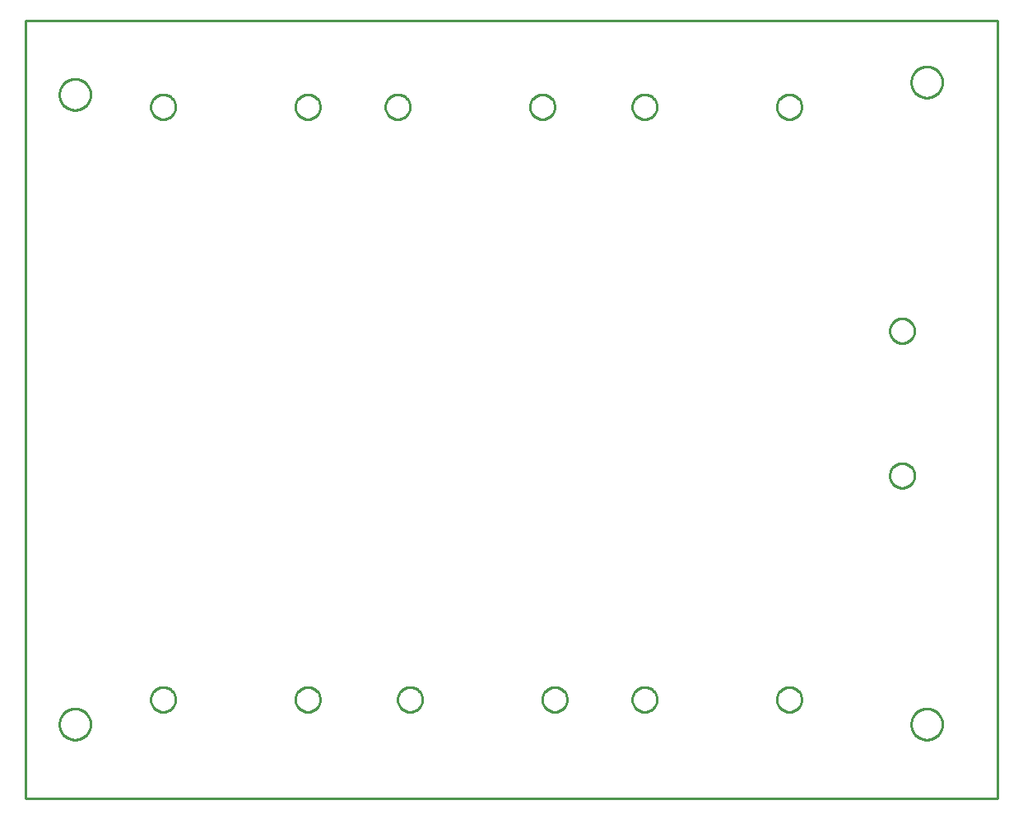
<source format=gbr>
G04 EAGLE Gerber RS-274X export*
G75*
%MOMM*%
%FSLAX34Y34*%
%LPD*%
%IN*%
%IPPOS*%
%AMOC8*
5,1,8,0,0,1.08239X$1,22.5*%
G01*
%ADD10C,0.254000*%


D10*
X0Y0D02*
X1000000Y0D01*
X1000000Y800000D01*
X0Y800000D01*
X0Y0D01*
X277550Y102101D02*
X277629Y103100D01*
X277785Y104089D01*
X278019Y105064D01*
X278329Y106016D01*
X278712Y106942D01*
X279167Y107835D01*
X279691Y108689D01*
X280279Y109500D01*
X280930Y110261D01*
X281639Y110970D01*
X282400Y111621D01*
X283211Y112209D01*
X284065Y112733D01*
X284958Y113188D01*
X285884Y113571D01*
X286836Y113881D01*
X287811Y114115D01*
X288800Y114271D01*
X289799Y114350D01*
X290801Y114350D01*
X291800Y114271D01*
X292789Y114115D01*
X293764Y113881D01*
X294716Y113571D01*
X295642Y113188D01*
X296535Y112733D01*
X297389Y112209D01*
X298200Y111621D01*
X298961Y110970D01*
X299670Y110261D01*
X300321Y109500D01*
X300909Y108689D01*
X301433Y107835D01*
X301888Y106942D01*
X302271Y106016D01*
X302581Y105064D01*
X302815Y104089D01*
X302971Y103100D01*
X303050Y102101D01*
X303050Y101099D01*
X302971Y100100D01*
X302815Y99111D01*
X302581Y98136D01*
X302271Y97184D01*
X301888Y96258D01*
X301433Y95365D01*
X300909Y94511D01*
X300321Y93700D01*
X299670Y92939D01*
X298961Y92230D01*
X298200Y91579D01*
X297389Y90991D01*
X296535Y90467D01*
X295642Y90012D01*
X294716Y89629D01*
X293764Y89319D01*
X292789Y89085D01*
X291800Y88929D01*
X290801Y88850D01*
X289799Y88850D01*
X288800Y88929D01*
X287811Y89085D01*
X286836Y89319D01*
X285884Y89629D01*
X284958Y90012D01*
X284065Y90467D01*
X283211Y90991D01*
X282400Y91579D01*
X281639Y92230D01*
X280930Y92939D01*
X280279Y93700D01*
X279691Y94511D01*
X279167Y95365D01*
X278712Y96258D01*
X278329Y97184D01*
X278019Y98136D01*
X277785Y99111D01*
X277629Y100100D01*
X277550Y101099D01*
X277550Y102101D01*
X128750Y102101D02*
X128829Y103100D01*
X128985Y104089D01*
X129219Y105064D01*
X129529Y106016D01*
X129912Y106942D01*
X130367Y107835D01*
X130891Y108689D01*
X131479Y109500D01*
X132130Y110261D01*
X132839Y110970D01*
X133600Y111621D01*
X134411Y112209D01*
X135265Y112733D01*
X136158Y113188D01*
X137084Y113571D01*
X138036Y113881D01*
X139011Y114115D01*
X140000Y114271D01*
X140999Y114350D01*
X142001Y114350D01*
X143000Y114271D01*
X143989Y114115D01*
X144964Y113881D01*
X145916Y113571D01*
X146842Y113188D01*
X147735Y112733D01*
X148589Y112209D01*
X149400Y111621D01*
X150161Y110970D01*
X150870Y110261D01*
X151521Y109500D01*
X152109Y108689D01*
X152633Y107835D01*
X153088Y106942D01*
X153471Y106016D01*
X153781Y105064D01*
X154015Y104089D01*
X154171Y103100D01*
X154250Y102101D01*
X154250Y101099D01*
X154171Y100100D01*
X154015Y99111D01*
X153781Y98136D01*
X153471Y97184D01*
X153088Y96258D01*
X152633Y95365D01*
X152109Y94511D01*
X151521Y93700D01*
X150870Y92939D01*
X150161Y92230D01*
X149400Y91579D01*
X148589Y90991D01*
X147735Y90467D01*
X146842Y90012D01*
X145916Y89629D01*
X144964Y89319D01*
X143989Y89085D01*
X143000Y88929D01*
X142001Y88850D01*
X140999Y88850D01*
X140000Y88929D01*
X139011Y89085D01*
X138036Y89319D01*
X137084Y89629D01*
X136158Y90012D01*
X135265Y90467D01*
X134411Y90991D01*
X133600Y91579D01*
X132839Y92230D01*
X132130Y92939D01*
X131479Y93700D01*
X130891Y94511D01*
X130367Y95365D01*
X129912Y96258D01*
X129529Y97184D01*
X129219Y98136D01*
X128985Y99111D01*
X128829Y100100D01*
X128750Y101099D01*
X128750Y102101D01*
X531550Y102101D02*
X531629Y103100D01*
X531785Y104089D01*
X532019Y105064D01*
X532329Y106016D01*
X532712Y106942D01*
X533167Y107835D01*
X533691Y108689D01*
X534279Y109500D01*
X534930Y110261D01*
X535639Y110970D01*
X536400Y111621D01*
X537211Y112209D01*
X538065Y112733D01*
X538958Y113188D01*
X539884Y113571D01*
X540836Y113881D01*
X541811Y114115D01*
X542800Y114271D01*
X543799Y114350D01*
X544801Y114350D01*
X545800Y114271D01*
X546789Y114115D01*
X547764Y113881D01*
X548716Y113571D01*
X549642Y113188D01*
X550535Y112733D01*
X551389Y112209D01*
X552200Y111621D01*
X552961Y110970D01*
X553670Y110261D01*
X554321Y109500D01*
X554909Y108689D01*
X555433Y107835D01*
X555888Y106942D01*
X556271Y106016D01*
X556581Y105064D01*
X556815Y104089D01*
X556971Y103100D01*
X557050Y102101D01*
X557050Y101099D01*
X556971Y100100D01*
X556815Y99111D01*
X556581Y98136D01*
X556271Y97184D01*
X555888Y96258D01*
X555433Y95365D01*
X554909Y94511D01*
X554321Y93700D01*
X553670Y92939D01*
X552961Y92230D01*
X552200Y91579D01*
X551389Y90991D01*
X550535Y90467D01*
X549642Y90012D01*
X548716Y89629D01*
X547764Y89319D01*
X546789Y89085D01*
X545800Y88929D01*
X544801Y88850D01*
X543799Y88850D01*
X542800Y88929D01*
X541811Y89085D01*
X540836Y89319D01*
X539884Y89629D01*
X538958Y90012D01*
X538065Y90467D01*
X537211Y90991D01*
X536400Y91579D01*
X535639Y92230D01*
X534930Y92939D01*
X534279Y93700D01*
X533691Y94511D01*
X533167Y95365D01*
X532712Y96258D01*
X532329Y97184D01*
X532019Y98136D01*
X531785Y99111D01*
X531629Y100100D01*
X531550Y101099D01*
X531550Y102101D01*
X382750Y102101D02*
X382829Y103100D01*
X382985Y104089D01*
X383219Y105064D01*
X383529Y106016D01*
X383912Y106942D01*
X384367Y107835D01*
X384891Y108689D01*
X385479Y109500D01*
X386130Y110261D01*
X386839Y110970D01*
X387600Y111621D01*
X388411Y112209D01*
X389265Y112733D01*
X390158Y113188D01*
X391084Y113571D01*
X392036Y113881D01*
X393011Y114115D01*
X394000Y114271D01*
X394999Y114350D01*
X396001Y114350D01*
X397000Y114271D01*
X397989Y114115D01*
X398964Y113881D01*
X399916Y113571D01*
X400842Y113188D01*
X401735Y112733D01*
X402589Y112209D01*
X403400Y111621D01*
X404161Y110970D01*
X404870Y110261D01*
X405521Y109500D01*
X406109Y108689D01*
X406633Y107835D01*
X407088Y106942D01*
X407471Y106016D01*
X407781Y105064D01*
X408015Y104089D01*
X408171Y103100D01*
X408250Y102101D01*
X408250Y101099D01*
X408171Y100100D01*
X408015Y99111D01*
X407781Y98136D01*
X407471Y97184D01*
X407088Y96258D01*
X406633Y95365D01*
X406109Y94511D01*
X405521Y93700D01*
X404870Y92939D01*
X404161Y92230D01*
X403400Y91579D01*
X402589Y90991D01*
X401735Y90467D01*
X400842Y90012D01*
X399916Y89629D01*
X398964Y89319D01*
X397989Y89085D01*
X397000Y88929D01*
X396001Y88850D01*
X394999Y88850D01*
X394000Y88929D01*
X393011Y89085D01*
X392036Y89319D01*
X391084Y89629D01*
X390158Y90012D01*
X389265Y90467D01*
X388411Y90991D01*
X387600Y91579D01*
X386839Y92230D01*
X386130Y92939D01*
X385479Y93700D01*
X384891Y94511D01*
X384367Y95365D01*
X383912Y96258D01*
X383529Y97184D01*
X383219Y98136D01*
X382985Y99111D01*
X382829Y100100D01*
X382750Y101099D01*
X382750Y102101D01*
X772850Y102101D02*
X772929Y103100D01*
X773085Y104089D01*
X773319Y105064D01*
X773629Y106016D01*
X774012Y106942D01*
X774467Y107835D01*
X774991Y108689D01*
X775579Y109500D01*
X776230Y110261D01*
X776939Y110970D01*
X777700Y111621D01*
X778511Y112209D01*
X779365Y112733D01*
X780258Y113188D01*
X781184Y113571D01*
X782136Y113881D01*
X783111Y114115D01*
X784100Y114271D01*
X785099Y114350D01*
X786101Y114350D01*
X787100Y114271D01*
X788089Y114115D01*
X789064Y113881D01*
X790016Y113571D01*
X790942Y113188D01*
X791835Y112733D01*
X792689Y112209D01*
X793500Y111621D01*
X794261Y110970D01*
X794970Y110261D01*
X795621Y109500D01*
X796209Y108689D01*
X796733Y107835D01*
X797188Y106942D01*
X797571Y106016D01*
X797881Y105064D01*
X798115Y104089D01*
X798271Y103100D01*
X798350Y102101D01*
X798350Y101099D01*
X798271Y100100D01*
X798115Y99111D01*
X797881Y98136D01*
X797571Y97184D01*
X797188Y96258D01*
X796733Y95365D01*
X796209Y94511D01*
X795621Y93700D01*
X794970Y92939D01*
X794261Y92230D01*
X793500Y91579D01*
X792689Y90991D01*
X791835Y90467D01*
X790942Y90012D01*
X790016Y89629D01*
X789064Y89319D01*
X788089Y89085D01*
X787100Y88929D01*
X786101Y88850D01*
X785099Y88850D01*
X784100Y88929D01*
X783111Y89085D01*
X782136Y89319D01*
X781184Y89629D01*
X780258Y90012D01*
X779365Y90467D01*
X778511Y90991D01*
X777700Y91579D01*
X776939Y92230D01*
X776230Y92939D01*
X775579Y93700D01*
X774991Y94511D01*
X774467Y95365D01*
X774012Y96258D01*
X773629Y97184D01*
X773319Y98136D01*
X773085Y99111D01*
X772929Y100100D01*
X772850Y101099D01*
X772850Y102101D01*
X624050Y102101D02*
X624129Y103100D01*
X624285Y104089D01*
X624519Y105064D01*
X624829Y106016D01*
X625212Y106942D01*
X625667Y107835D01*
X626191Y108689D01*
X626779Y109500D01*
X627430Y110261D01*
X628139Y110970D01*
X628900Y111621D01*
X629711Y112209D01*
X630565Y112733D01*
X631458Y113188D01*
X632384Y113571D01*
X633336Y113881D01*
X634311Y114115D01*
X635300Y114271D01*
X636299Y114350D01*
X637301Y114350D01*
X638300Y114271D01*
X639289Y114115D01*
X640264Y113881D01*
X641216Y113571D01*
X642142Y113188D01*
X643035Y112733D01*
X643889Y112209D01*
X644700Y111621D01*
X645461Y110970D01*
X646170Y110261D01*
X646821Y109500D01*
X647409Y108689D01*
X647933Y107835D01*
X648388Y106942D01*
X648771Y106016D01*
X649081Y105064D01*
X649315Y104089D01*
X649471Y103100D01*
X649550Y102101D01*
X649550Y101099D01*
X649471Y100100D01*
X649315Y99111D01*
X649081Y98136D01*
X648771Y97184D01*
X648388Y96258D01*
X647933Y95365D01*
X647409Y94511D01*
X646821Y93700D01*
X646170Y92939D01*
X645461Y92230D01*
X644700Y91579D01*
X643889Y90991D01*
X643035Y90467D01*
X642142Y90012D01*
X641216Y89629D01*
X640264Y89319D01*
X639289Y89085D01*
X638300Y88929D01*
X637301Y88850D01*
X636299Y88850D01*
X635300Y88929D01*
X634311Y89085D01*
X633336Y89319D01*
X632384Y89629D01*
X631458Y90012D01*
X630565Y90467D01*
X629711Y90991D01*
X628900Y91579D01*
X628139Y92230D01*
X627430Y92939D01*
X626779Y93700D01*
X626191Y94511D01*
X625667Y95365D01*
X625212Y96258D01*
X624829Y97184D01*
X624519Y98136D01*
X624285Y99111D01*
X624129Y100100D01*
X624050Y101099D01*
X624050Y102101D01*
X154250Y710699D02*
X154171Y709700D01*
X154015Y708711D01*
X153781Y707736D01*
X153471Y706784D01*
X153088Y705858D01*
X152633Y704965D01*
X152109Y704111D01*
X151521Y703300D01*
X150870Y702539D01*
X150161Y701830D01*
X149400Y701179D01*
X148589Y700591D01*
X147735Y700067D01*
X146842Y699612D01*
X145916Y699229D01*
X144964Y698919D01*
X143989Y698685D01*
X143000Y698529D01*
X142001Y698450D01*
X140999Y698450D01*
X140000Y698529D01*
X139011Y698685D01*
X138036Y698919D01*
X137084Y699229D01*
X136158Y699612D01*
X135265Y700067D01*
X134411Y700591D01*
X133600Y701179D01*
X132839Y701830D01*
X132130Y702539D01*
X131479Y703300D01*
X130891Y704111D01*
X130367Y704965D01*
X129912Y705858D01*
X129529Y706784D01*
X129219Y707736D01*
X128985Y708711D01*
X128829Y709700D01*
X128750Y710699D01*
X128750Y711701D01*
X128829Y712700D01*
X128985Y713689D01*
X129219Y714664D01*
X129529Y715616D01*
X129912Y716542D01*
X130367Y717435D01*
X130891Y718289D01*
X131479Y719100D01*
X132130Y719861D01*
X132839Y720570D01*
X133600Y721221D01*
X134411Y721809D01*
X135265Y722333D01*
X136158Y722788D01*
X137084Y723171D01*
X138036Y723481D01*
X139011Y723715D01*
X140000Y723871D01*
X140999Y723950D01*
X142001Y723950D01*
X143000Y723871D01*
X143989Y723715D01*
X144964Y723481D01*
X145916Y723171D01*
X146842Y722788D01*
X147735Y722333D01*
X148589Y721809D01*
X149400Y721221D01*
X150161Y720570D01*
X150870Y719861D01*
X151521Y719100D01*
X152109Y718289D01*
X152633Y717435D01*
X153088Y716542D01*
X153471Y715616D01*
X153781Y714664D01*
X154015Y713689D01*
X154171Y712700D01*
X154250Y711701D01*
X154250Y710699D01*
X303050Y710699D02*
X302971Y709700D01*
X302815Y708711D01*
X302581Y707736D01*
X302271Y706784D01*
X301888Y705858D01*
X301433Y704965D01*
X300909Y704111D01*
X300321Y703300D01*
X299670Y702539D01*
X298961Y701830D01*
X298200Y701179D01*
X297389Y700591D01*
X296535Y700067D01*
X295642Y699612D01*
X294716Y699229D01*
X293764Y698919D01*
X292789Y698685D01*
X291800Y698529D01*
X290801Y698450D01*
X289799Y698450D01*
X288800Y698529D01*
X287811Y698685D01*
X286836Y698919D01*
X285884Y699229D01*
X284958Y699612D01*
X284065Y700067D01*
X283211Y700591D01*
X282400Y701179D01*
X281639Y701830D01*
X280930Y702539D01*
X280279Y703300D01*
X279691Y704111D01*
X279167Y704965D01*
X278712Y705858D01*
X278329Y706784D01*
X278019Y707736D01*
X277785Y708711D01*
X277629Y709700D01*
X277550Y710699D01*
X277550Y711701D01*
X277629Y712700D01*
X277785Y713689D01*
X278019Y714664D01*
X278329Y715616D01*
X278712Y716542D01*
X279167Y717435D01*
X279691Y718289D01*
X280279Y719100D01*
X280930Y719861D01*
X281639Y720570D01*
X282400Y721221D01*
X283211Y721809D01*
X284065Y722333D01*
X284958Y722788D01*
X285884Y723171D01*
X286836Y723481D01*
X287811Y723715D01*
X288800Y723871D01*
X289799Y723950D01*
X290801Y723950D01*
X291800Y723871D01*
X292789Y723715D01*
X293764Y723481D01*
X294716Y723171D01*
X295642Y722788D01*
X296535Y722333D01*
X297389Y721809D01*
X298200Y721221D01*
X298961Y720570D01*
X299670Y719861D01*
X300321Y719100D01*
X300909Y718289D01*
X301433Y717435D01*
X301888Y716542D01*
X302271Y715616D01*
X302581Y714664D01*
X302815Y713689D01*
X302971Y712700D01*
X303050Y711701D01*
X303050Y710699D01*
X395550Y710699D02*
X395471Y709700D01*
X395315Y708711D01*
X395081Y707736D01*
X394771Y706784D01*
X394388Y705858D01*
X393933Y704965D01*
X393409Y704111D01*
X392821Y703300D01*
X392170Y702539D01*
X391461Y701830D01*
X390700Y701179D01*
X389889Y700591D01*
X389035Y700067D01*
X388142Y699612D01*
X387216Y699229D01*
X386264Y698919D01*
X385289Y698685D01*
X384300Y698529D01*
X383301Y698450D01*
X382299Y698450D01*
X381300Y698529D01*
X380311Y698685D01*
X379336Y698919D01*
X378384Y699229D01*
X377458Y699612D01*
X376565Y700067D01*
X375711Y700591D01*
X374900Y701179D01*
X374139Y701830D01*
X373430Y702539D01*
X372779Y703300D01*
X372191Y704111D01*
X371667Y704965D01*
X371212Y705858D01*
X370829Y706784D01*
X370519Y707736D01*
X370285Y708711D01*
X370129Y709700D01*
X370050Y710699D01*
X370050Y711701D01*
X370129Y712700D01*
X370285Y713689D01*
X370519Y714664D01*
X370829Y715616D01*
X371212Y716542D01*
X371667Y717435D01*
X372191Y718289D01*
X372779Y719100D01*
X373430Y719861D01*
X374139Y720570D01*
X374900Y721221D01*
X375711Y721809D01*
X376565Y722333D01*
X377458Y722788D01*
X378384Y723171D01*
X379336Y723481D01*
X380311Y723715D01*
X381300Y723871D01*
X382299Y723950D01*
X383301Y723950D01*
X384300Y723871D01*
X385289Y723715D01*
X386264Y723481D01*
X387216Y723171D01*
X388142Y722788D01*
X389035Y722333D01*
X389889Y721809D01*
X390700Y721221D01*
X391461Y720570D01*
X392170Y719861D01*
X392821Y719100D01*
X393409Y718289D01*
X393933Y717435D01*
X394388Y716542D01*
X394771Y715616D01*
X395081Y714664D01*
X395315Y713689D01*
X395471Y712700D01*
X395550Y711701D01*
X395550Y710699D01*
X544350Y710699D02*
X544271Y709700D01*
X544115Y708711D01*
X543881Y707736D01*
X543571Y706784D01*
X543188Y705858D01*
X542733Y704965D01*
X542209Y704111D01*
X541621Y703300D01*
X540970Y702539D01*
X540261Y701830D01*
X539500Y701179D01*
X538689Y700591D01*
X537835Y700067D01*
X536942Y699612D01*
X536016Y699229D01*
X535064Y698919D01*
X534089Y698685D01*
X533100Y698529D01*
X532101Y698450D01*
X531099Y698450D01*
X530100Y698529D01*
X529111Y698685D01*
X528136Y698919D01*
X527184Y699229D01*
X526258Y699612D01*
X525365Y700067D01*
X524511Y700591D01*
X523700Y701179D01*
X522939Y701830D01*
X522230Y702539D01*
X521579Y703300D01*
X520991Y704111D01*
X520467Y704965D01*
X520012Y705858D01*
X519629Y706784D01*
X519319Y707736D01*
X519085Y708711D01*
X518929Y709700D01*
X518850Y710699D01*
X518850Y711701D01*
X518929Y712700D01*
X519085Y713689D01*
X519319Y714664D01*
X519629Y715616D01*
X520012Y716542D01*
X520467Y717435D01*
X520991Y718289D01*
X521579Y719100D01*
X522230Y719861D01*
X522939Y720570D01*
X523700Y721221D01*
X524511Y721809D01*
X525365Y722333D01*
X526258Y722788D01*
X527184Y723171D01*
X528136Y723481D01*
X529111Y723715D01*
X530100Y723871D01*
X531099Y723950D01*
X532101Y723950D01*
X533100Y723871D01*
X534089Y723715D01*
X535064Y723481D01*
X536016Y723171D01*
X536942Y722788D01*
X537835Y722333D01*
X538689Y721809D01*
X539500Y721221D01*
X540261Y720570D01*
X540970Y719861D01*
X541621Y719100D01*
X542209Y718289D01*
X542733Y717435D01*
X543188Y716542D01*
X543571Y715616D01*
X543881Y714664D01*
X544115Y713689D01*
X544271Y712700D01*
X544350Y711701D01*
X544350Y710699D01*
X649550Y710699D02*
X649471Y709700D01*
X649315Y708711D01*
X649081Y707736D01*
X648771Y706784D01*
X648388Y705858D01*
X647933Y704965D01*
X647409Y704111D01*
X646821Y703300D01*
X646170Y702539D01*
X645461Y701830D01*
X644700Y701179D01*
X643889Y700591D01*
X643035Y700067D01*
X642142Y699612D01*
X641216Y699229D01*
X640264Y698919D01*
X639289Y698685D01*
X638300Y698529D01*
X637301Y698450D01*
X636299Y698450D01*
X635300Y698529D01*
X634311Y698685D01*
X633336Y698919D01*
X632384Y699229D01*
X631458Y699612D01*
X630565Y700067D01*
X629711Y700591D01*
X628900Y701179D01*
X628139Y701830D01*
X627430Y702539D01*
X626779Y703300D01*
X626191Y704111D01*
X625667Y704965D01*
X625212Y705858D01*
X624829Y706784D01*
X624519Y707736D01*
X624285Y708711D01*
X624129Y709700D01*
X624050Y710699D01*
X624050Y711701D01*
X624129Y712700D01*
X624285Y713689D01*
X624519Y714664D01*
X624829Y715616D01*
X625212Y716542D01*
X625667Y717435D01*
X626191Y718289D01*
X626779Y719100D01*
X627430Y719861D01*
X628139Y720570D01*
X628900Y721221D01*
X629711Y721809D01*
X630565Y722333D01*
X631458Y722788D01*
X632384Y723171D01*
X633336Y723481D01*
X634311Y723715D01*
X635300Y723871D01*
X636299Y723950D01*
X637301Y723950D01*
X638300Y723871D01*
X639289Y723715D01*
X640264Y723481D01*
X641216Y723171D01*
X642142Y722788D01*
X643035Y722333D01*
X643889Y721809D01*
X644700Y721221D01*
X645461Y720570D01*
X646170Y719861D01*
X646821Y719100D01*
X647409Y718289D01*
X647933Y717435D01*
X648388Y716542D01*
X648771Y715616D01*
X649081Y714664D01*
X649315Y713689D01*
X649471Y712700D01*
X649550Y711701D01*
X649550Y710699D01*
X798350Y710699D02*
X798271Y709700D01*
X798115Y708711D01*
X797881Y707736D01*
X797571Y706784D01*
X797188Y705858D01*
X796733Y704965D01*
X796209Y704111D01*
X795621Y703300D01*
X794970Y702539D01*
X794261Y701830D01*
X793500Y701179D01*
X792689Y700591D01*
X791835Y700067D01*
X790942Y699612D01*
X790016Y699229D01*
X789064Y698919D01*
X788089Y698685D01*
X787100Y698529D01*
X786101Y698450D01*
X785099Y698450D01*
X784100Y698529D01*
X783111Y698685D01*
X782136Y698919D01*
X781184Y699229D01*
X780258Y699612D01*
X779365Y700067D01*
X778511Y700591D01*
X777700Y701179D01*
X776939Y701830D01*
X776230Y702539D01*
X775579Y703300D01*
X774991Y704111D01*
X774467Y704965D01*
X774012Y705858D01*
X773629Y706784D01*
X773319Y707736D01*
X773085Y708711D01*
X772929Y709700D01*
X772850Y710699D01*
X772850Y711701D01*
X772929Y712700D01*
X773085Y713689D01*
X773319Y714664D01*
X773629Y715616D01*
X774012Y716542D01*
X774467Y717435D01*
X774991Y718289D01*
X775579Y719100D01*
X776230Y719861D01*
X776939Y720570D01*
X777700Y721221D01*
X778511Y721809D01*
X779365Y722333D01*
X780258Y722788D01*
X781184Y723171D01*
X782136Y723481D01*
X783111Y723715D01*
X784100Y723871D01*
X785099Y723950D01*
X786101Y723950D01*
X787100Y723871D01*
X788089Y723715D01*
X789064Y723481D01*
X790016Y723171D01*
X790942Y722788D01*
X791835Y722333D01*
X792689Y721809D01*
X793500Y721221D01*
X794261Y720570D01*
X794970Y719861D01*
X795621Y719100D01*
X796209Y718289D01*
X796733Y717435D01*
X797188Y716542D01*
X797571Y715616D01*
X797881Y714664D01*
X798115Y713689D01*
X798271Y712700D01*
X798350Y711701D01*
X798350Y710699D01*
X901199Y468050D02*
X900200Y468129D01*
X899211Y468285D01*
X898236Y468519D01*
X897284Y468829D01*
X896358Y469212D01*
X895465Y469667D01*
X894611Y470191D01*
X893800Y470779D01*
X893039Y471430D01*
X892330Y472139D01*
X891679Y472900D01*
X891091Y473711D01*
X890567Y474565D01*
X890112Y475458D01*
X889729Y476384D01*
X889419Y477336D01*
X889185Y478311D01*
X889029Y479300D01*
X888950Y480299D01*
X888950Y481301D01*
X889029Y482300D01*
X889185Y483289D01*
X889419Y484264D01*
X889729Y485216D01*
X890112Y486142D01*
X890567Y487035D01*
X891091Y487889D01*
X891679Y488700D01*
X892330Y489461D01*
X893039Y490170D01*
X893800Y490821D01*
X894611Y491409D01*
X895465Y491933D01*
X896358Y492388D01*
X897284Y492771D01*
X898236Y493081D01*
X899211Y493315D01*
X900200Y493471D01*
X901199Y493550D01*
X902201Y493550D01*
X903200Y493471D01*
X904189Y493315D01*
X905164Y493081D01*
X906116Y492771D01*
X907042Y492388D01*
X907935Y491933D01*
X908789Y491409D01*
X909600Y490821D01*
X910361Y490170D01*
X911070Y489461D01*
X911721Y488700D01*
X912309Y487889D01*
X912833Y487035D01*
X913288Y486142D01*
X913671Y485216D01*
X913981Y484264D01*
X914215Y483289D01*
X914371Y482300D01*
X914450Y481301D01*
X914450Y480299D01*
X914371Y479300D01*
X914215Y478311D01*
X913981Y477336D01*
X913671Y476384D01*
X913288Y475458D01*
X912833Y474565D01*
X912309Y473711D01*
X911721Y472900D01*
X911070Y472139D01*
X910361Y471430D01*
X909600Y470779D01*
X908789Y470191D01*
X907935Y469667D01*
X907042Y469212D01*
X906116Y468829D01*
X905164Y468519D01*
X904189Y468285D01*
X903200Y468129D01*
X902201Y468050D01*
X901199Y468050D01*
X901199Y319250D02*
X900200Y319329D01*
X899211Y319485D01*
X898236Y319719D01*
X897284Y320029D01*
X896358Y320412D01*
X895465Y320867D01*
X894611Y321391D01*
X893800Y321979D01*
X893039Y322630D01*
X892330Y323339D01*
X891679Y324100D01*
X891091Y324911D01*
X890567Y325765D01*
X890112Y326658D01*
X889729Y327584D01*
X889419Y328536D01*
X889185Y329511D01*
X889029Y330500D01*
X888950Y331499D01*
X888950Y332501D01*
X889029Y333500D01*
X889185Y334489D01*
X889419Y335464D01*
X889729Y336416D01*
X890112Y337342D01*
X890567Y338235D01*
X891091Y339089D01*
X891679Y339900D01*
X892330Y340661D01*
X893039Y341370D01*
X893800Y342021D01*
X894611Y342609D01*
X895465Y343133D01*
X896358Y343588D01*
X897284Y343971D01*
X898236Y344281D01*
X899211Y344515D01*
X900200Y344671D01*
X901199Y344750D01*
X902201Y344750D01*
X903200Y344671D01*
X904189Y344515D01*
X905164Y344281D01*
X906116Y343971D01*
X907042Y343588D01*
X907935Y343133D01*
X908789Y342609D01*
X909600Y342021D01*
X910361Y341370D01*
X911070Y340661D01*
X911721Y339900D01*
X912309Y339089D01*
X912833Y338235D01*
X913288Y337342D01*
X913671Y336416D01*
X913981Y335464D01*
X914215Y334489D01*
X914371Y333500D01*
X914450Y332501D01*
X914450Y331499D01*
X914371Y330500D01*
X914215Y329511D01*
X913981Y328536D01*
X913671Y327584D01*
X913288Y326658D01*
X912833Y325765D01*
X912309Y324911D01*
X911721Y324100D01*
X911070Y323339D01*
X910361Y322630D01*
X909600Y321979D01*
X908789Y321391D01*
X907935Y320867D01*
X907042Y320412D01*
X906116Y320029D01*
X905164Y319719D01*
X904189Y319485D01*
X903200Y319329D01*
X902201Y319250D01*
X901199Y319250D01*
X943100Y736076D02*
X943032Y735031D01*
X942895Y733992D01*
X942690Y732965D01*
X942419Y731953D01*
X942083Y730961D01*
X941682Y729993D01*
X941218Y729054D01*
X940695Y728146D01*
X940113Y727275D01*
X939475Y726444D01*
X938784Y725657D01*
X938043Y724916D01*
X937256Y724225D01*
X936425Y723588D01*
X935554Y723006D01*
X934646Y722482D01*
X933707Y722018D01*
X932739Y721617D01*
X931747Y721281D01*
X930735Y721010D01*
X929708Y720805D01*
X928669Y720669D01*
X927624Y720600D01*
X926576Y720600D01*
X925531Y720669D01*
X924492Y720805D01*
X923465Y721010D01*
X922453Y721281D01*
X921461Y721617D01*
X920493Y722018D01*
X919554Y722482D01*
X918646Y723006D01*
X917775Y723588D01*
X916944Y724225D01*
X916157Y724916D01*
X915416Y725657D01*
X914725Y726444D01*
X914088Y727275D01*
X913506Y728146D01*
X912982Y729054D01*
X912518Y729993D01*
X912117Y730961D01*
X911781Y731953D01*
X911510Y732965D01*
X911305Y733992D01*
X911169Y735031D01*
X911100Y736076D01*
X911100Y737124D01*
X911169Y738169D01*
X911305Y739208D01*
X911510Y740235D01*
X911781Y741247D01*
X912117Y742239D01*
X912518Y743207D01*
X912982Y744146D01*
X913506Y745054D01*
X914088Y745925D01*
X914725Y746756D01*
X915416Y747543D01*
X916157Y748284D01*
X916944Y748975D01*
X917775Y749613D01*
X918646Y750195D01*
X919554Y750718D01*
X920493Y751182D01*
X921461Y751583D01*
X922453Y751919D01*
X923465Y752190D01*
X924492Y752395D01*
X925531Y752532D01*
X926576Y752600D01*
X927624Y752600D01*
X928669Y752532D01*
X929708Y752395D01*
X930735Y752190D01*
X931747Y751919D01*
X932739Y751583D01*
X933707Y751182D01*
X934646Y750718D01*
X935554Y750195D01*
X936425Y749613D01*
X937256Y748975D01*
X938043Y748284D01*
X938784Y747543D01*
X939475Y746756D01*
X940113Y745925D01*
X940695Y745054D01*
X941218Y744146D01*
X941682Y743207D01*
X942083Y742239D01*
X942419Y741247D01*
X942690Y740235D01*
X942895Y739208D01*
X943032Y738169D01*
X943100Y737124D01*
X943100Y736076D01*
X943100Y75676D02*
X943032Y74631D01*
X942895Y73592D01*
X942690Y72565D01*
X942419Y71553D01*
X942083Y70561D01*
X941682Y69593D01*
X941218Y68654D01*
X940695Y67746D01*
X940113Y66875D01*
X939475Y66044D01*
X938784Y65257D01*
X938043Y64516D01*
X937256Y63825D01*
X936425Y63188D01*
X935554Y62606D01*
X934646Y62082D01*
X933707Y61618D01*
X932739Y61217D01*
X931747Y60881D01*
X930735Y60610D01*
X929708Y60405D01*
X928669Y60269D01*
X927624Y60200D01*
X926576Y60200D01*
X925531Y60269D01*
X924492Y60405D01*
X923465Y60610D01*
X922453Y60881D01*
X921461Y61217D01*
X920493Y61618D01*
X919554Y62082D01*
X918646Y62606D01*
X917775Y63188D01*
X916944Y63825D01*
X916157Y64516D01*
X915416Y65257D01*
X914725Y66044D01*
X914088Y66875D01*
X913506Y67746D01*
X912982Y68654D01*
X912518Y69593D01*
X912117Y70561D01*
X911781Y71553D01*
X911510Y72565D01*
X911305Y73592D01*
X911169Y74631D01*
X911100Y75676D01*
X911100Y76724D01*
X911169Y77769D01*
X911305Y78808D01*
X911510Y79835D01*
X911781Y80847D01*
X912117Y81839D01*
X912518Y82807D01*
X912982Y83746D01*
X913506Y84654D01*
X914088Y85525D01*
X914725Y86356D01*
X915416Y87143D01*
X916157Y87884D01*
X916944Y88575D01*
X917775Y89213D01*
X918646Y89795D01*
X919554Y90318D01*
X920493Y90782D01*
X921461Y91183D01*
X922453Y91519D01*
X923465Y91790D01*
X924492Y91995D01*
X925531Y92132D01*
X926576Y92200D01*
X927624Y92200D01*
X928669Y92132D01*
X929708Y91995D01*
X930735Y91790D01*
X931747Y91519D01*
X932739Y91183D01*
X933707Y90782D01*
X934646Y90318D01*
X935554Y89795D01*
X936425Y89213D01*
X937256Y88575D01*
X938043Y87884D01*
X938784Y87143D01*
X939475Y86356D01*
X940113Y85525D01*
X940695Y84654D01*
X941218Y83746D01*
X941682Y82807D01*
X942083Y81839D01*
X942419Y80847D01*
X942690Y79835D01*
X942895Y78808D01*
X943032Y77769D01*
X943100Y76724D01*
X943100Y75676D01*
X66800Y723376D02*
X66732Y722331D01*
X66595Y721292D01*
X66390Y720265D01*
X66119Y719253D01*
X65783Y718261D01*
X65382Y717293D01*
X64918Y716354D01*
X64395Y715446D01*
X63813Y714575D01*
X63175Y713744D01*
X62484Y712957D01*
X61743Y712216D01*
X60956Y711525D01*
X60125Y710888D01*
X59254Y710306D01*
X58346Y709782D01*
X57407Y709318D01*
X56439Y708917D01*
X55447Y708581D01*
X54435Y708310D01*
X53408Y708105D01*
X52369Y707969D01*
X51324Y707900D01*
X50276Y707900D01*
X49231Y707969D01*
X48192Y708105D01*
X47165Y708310D01*
X46153Y708581D01*
X45161Y708917D01*
X44193Y709318D01*
X43254Y709782D01*
X42346Y710306D01*
X41475Y710888D01*
X40644Y711525D01*
X39857Y712216D01*
X39116Y712957D01*
X38425Y713744D01*
X37788Y714575D01*
X37206Y715446D01*
X36682Y716354D01*
X36218Y717293D01*
X35817Y718261D01*
X35481Y719253D01*
X35210Y720265D01*
X35005Y721292D01*
X34869Y722331D01*
X34800Y723376D01*
X34800Y724424D01*
X34869Y725469D01*
X35005Y726508D01*
X35210Y727535D01*
X35481Y728547D01*
X35817Y729539D01*
X36218Y730507D01*
X36682Y731446D01*
X37206Y732354D01*
X37788Y733225D01*
X38425Y734056D01*
X39116Y734843D01*
X39857Y735584D01*
X40644Y736275D01*
X41475Y736913D01*
X42346Y737495D01*
X43254Y738018D01*
X44193Y738482D01*
X45161Y738883D01*
X46153Y739219D01*
X47165Y739490D01*
X48192Y739695D01*
X49231Y739832D01*
X50276Y739900D01*
X51324Y739900D01*
X52369Y739832D01*
X53408Y739695D01*
X54435Y739490D01*
X55447Y739219D01*
X56439Y738883D01*
X57407Y738482D01*
X58346Y738018D01*
X59254Y737495D01*
X60125Y736913D01*
X60956Y736275D01*
X61743Y735584D01*
X62484Y734843D01*
X63175Y734056D01*
X63813Y733225D01*
X64395Y732354D01*
X64918Y731446D01*
X65382Y730507D01*
X65783Y729539D01*
X66119Y728547D01*
X66390Y727535D01*
X66595Y726508D01*
X66732Y725469D01*
X66800Y724424D01*
X66800Y723376D01*
X66800Y75676D02*
X66732Y74631D01*
X66595Y73592D01*
X66390Y72565D01*
X66119Y71553D01*
X65783Y70561D01*
X65382Y69593D01*
X64918Y68654D01*
X64395Y67746D01*
X63813Y66875D01*
X63175Y66044D01*
X62484Y65257D01*
X61743Y64516D01*
X60956Y63825D01*
X60125Y63188D01*
X59254Y62606D01*
X58346Y62082D01*
X57407Y61618D01*
X56439Y61217D01*
X55447Y60881D01*
X54435Y60610D01*
X53408Y60405D01*
X52369Y60269D01*
X51324Y60200D01*
X50276Y60200D01*
X49231Y60269D01*
X48192Y60405D01*
X47165Y60610D01*
X46153Y60881D01*
X45161Y61217D01*
X44193Y61618D01*
X43254Y62082D01*
X42346Y62606D01*
X41475Y63188D01*
X40644Y63825D01*
X39857Y64516D01*
X39116Y65257D01*
X38425Y66044D01*
X37788Y66875D01*
X37206Y67746D01*
X36682Y68654D01*
X36218Y69593D01*
X35817Y70561D01*
X35481Y71553D01*
X35210Y72565D01*
X35005Y73592D01*
X34869Y74631D01*
X34800Y75676D01*
X34800Y76724D01*
X34869Y77769D01*
X35005Y78808D01*
X35210Y79835D01*
X35481Y80847D01*
X35817Y81839D01*
X36218Y82807D01*
X36682Y83746D01*
X37206Y84654D01*
X37788Y85525D01*
X38425Y86356D01*
X39116Y87143D01*
X39857Y87884D01*
X40644Y88575D01*
X41475Y89213D01*
X42346Y89795D01*
X43254Y90318D01*
X44193Y90782D01*
X45161Y91183D01*
X46153Y91519D01*
X47165Y91790D01*
X48192Y91995D01*
X49231Y92132D01*
X50276Y92200D01*
X51324Y92200D01*
X52369Y92132D01*
X53408Y91995D01*
X54435Y91790D01*
X55447Y91519D01*
X56439Y91183D01*
X57407Y90782D01*
X58346Y90318D01*
X59254Y89795D01*
X60125Y89213D01*
X60956Y88575D01*
X61743Y87884D01*
X62484Y87143D01*
X63175Y86356D01*
X63813Y85525D01*
X64395Y84654D01*
X64918Y83746D01*
X65382Y82807D01*
X65783Y81839D01*
X66119Y80847D01*
X66390Y79835D01*
X66595Y78808D01*
X66732Y77769D01*
X66800Y76724D01*
X66800Y75676D01*
M02*

</source>
